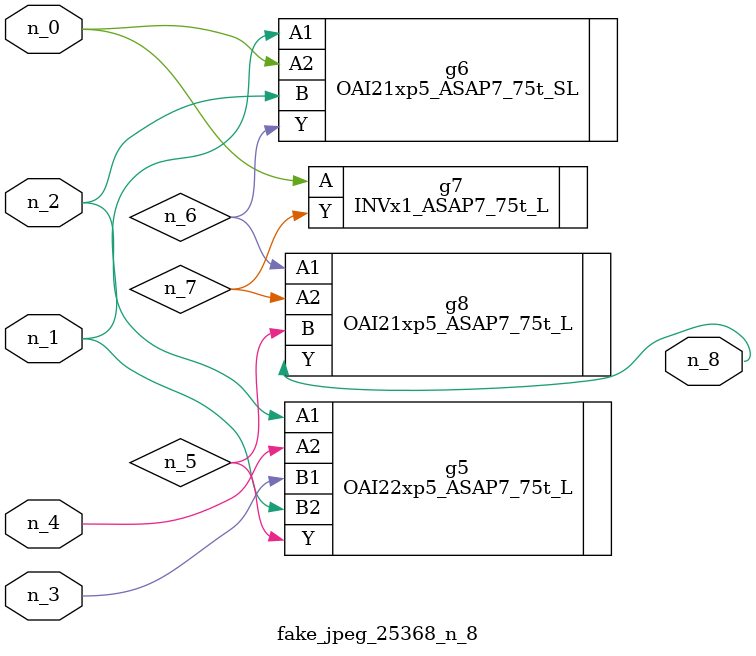
<source format=v>
module fake_jpeg_25368_n_8 (n_3, n_2, n_1, n_0, n_4, n_8);

input n_3;
input n_2;
input n_1;
input n_0;
input n_4;

output n_8;

wire n_6;
wire n_5;
wire n_7;

OAI22xp5_ASAP7_75t_L g5 ( 
.A1(n_2),
.A2(n_4),
.B1(n_3),
.B2(n_1),
.Y(n_5)
);

OAI21xp5_ASAP7_75t_SL g6 ( 
.A1(n_1),
.A2(n_0),
.B(n_2),
.Y(n_6)
);

INVx1_ASAP7_75t_L g7 ( 
.A(n_0),
.Y(n_7)
);

OAI21xp5_ASAP7_75t_L g8 ( 
.A1(n_6),
.A2(n_7),
.B(n_5),
.Y(n_8)
);


endmodule
</source>
